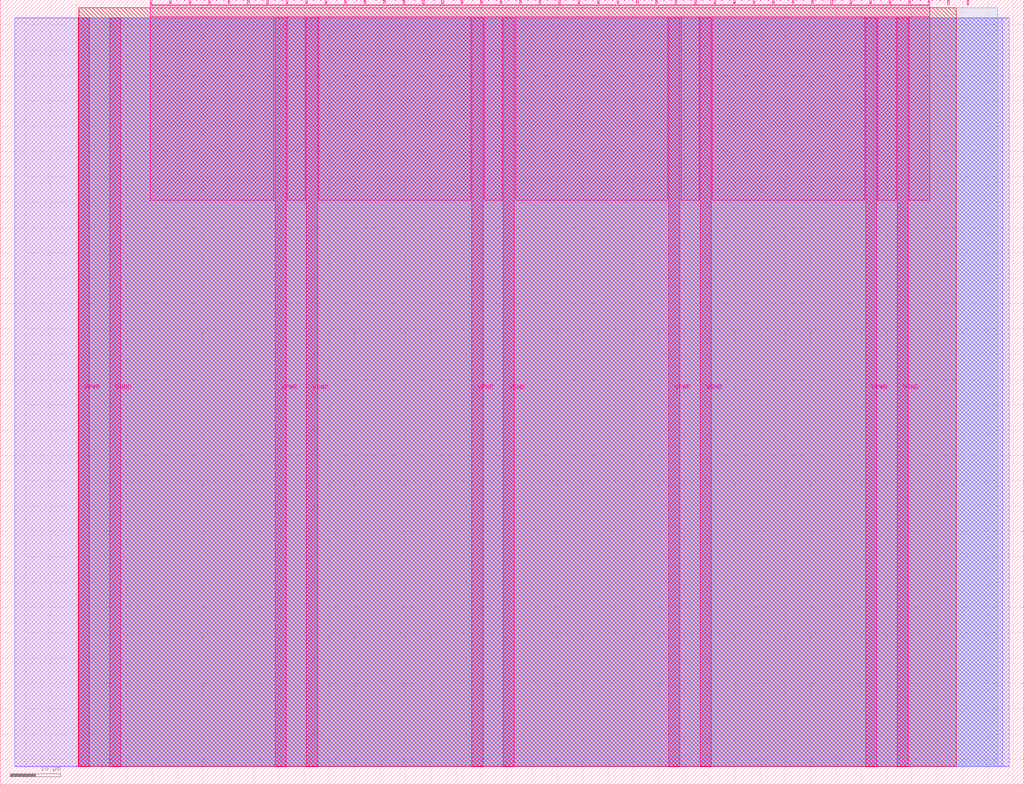
<source format=lef>
VERSION 5.7 ;
  NOWIREEXTENSIONATPIN ON ;
  DIVIDERCHAR "/" ;
  BUSBITCHARS "[]" ;
MACRO tt_um_tommythorn_cgates
  CLASS BLOCK ;
  FOREIGN tt_um_tommythorn_cgates ;
  ORIGIN 0.000 0.000 ;
  SIZE 202.080 BY 154.980 ;
  PIN VGND
    DIRECTION INOUT ;
    USE GROUND ;
    PORT
      LAYER Metal5 ;
        RECT 21.580 3.560 23.780 151.420 ;
    END
    PORT
      LAYER Metal5 ;
        RECT 60.450 3.560 62.650 151.420 ;
    END
    PORT
      LAYER Metal5 ;
        RECT 99.320 3.560 101.520 151.420 ;
    END
    PORT
      LAYER Metal5 ;
        RECT 138.190 3.560 140.390 151.420 ;
    END
    PORT
      LAYER Metal5 ;
        RECT 177.060 3.560 179.260 151.420 ;
    END
  END VGND
  PIN VPWR
    DIRECTION INOUT ;
    USE POWER ;
    PORT
      LAYER Metal5 ;
        RECT 15.380 3.560 17.580 151.420 ;
    END
    PORT
      LAYER Metal5 ;
        RECT 54.250 3.560 56.450 151.420 ;
    END
    PORT
      LAYER Metal5 ;
        RECT 93.120 3.560 95.320 151.420 ;
    END
    PORT
      LAYER Metal5 ;
        RECT 131.990 3.560 134.190 151.420 ;
    END
    PORT
      LAYER Metal5 ;
        RECT 170.860 3.560 173.060 151.420 ;
    END
  END VPWR
  PIN clk
    DIRECTION INPUT ;
    USE SIGNAL ;
    PORT
      LAYER Metal5 ;
        RECT 187.050 153.980 187.350 154.980 ;
    END
  END clk
  PIN ena
    DIRECTION INPUT ;
    USE SIGNAL ;
    PORT
      LAYER Metal5 ;
        RECT 190.890 153.980 191.190 154.980 ;
    END
  END ena
  PIN rst_n
    DIRECTION INPUT ;
    USE SIGNAL ;
    ANTENNAGATEAREA 0.639600 ;
    PORT
      LAYER Metal5 ;
        RECT 183.210 153.980 183.510 154.980 ;
    END
  END rst_n
  PIN ui_in[0]
    DIRECTION INPUT ;
    USE SIGNAL ;
    ANTENNAGATEAREA 0.180700 ;
    PORT
      LAYER Metal5 ;
        RECT 179.370 153.980 179.670 154.980 ;
    END
  END ui_in[0]
  PIN ui_in[1]
    DIRECTION INPUT ;
    USE SIGNAL ;
    ANTENNAGATEAREA 0.180700 ;
    PORT
      LAYER Metal5 ;
        RECT 175.530 153.980 175.830 154.980 ;
    END
  END ui_in[1]
  PIN ui_in[2]
    DIRECTION INPUT ;
    USE SIGNAL ;
    PORT
      LAYER Metal5 ;
        RECT 171.690 153.980 171.990 154.980 ;
    END
  END ui_in[2]
  PIN ui_in[3]
    DIRECTION INPUT ;
    USE SIGNAL ;
    PORT
      LAYER Metal5 ;
        RECT 167.850 153.980 168.150 154.980 ;
    END
  END ui_in[3]
  PIN ui_in[4]
    DIRECTION INPUT ;
    USE SIGNAL ;
    PORT
      LAYER Metal5 ;
        RECT 164.010 153.980 164.310 154.980 ;
    END
  END ui_in[4]
  PIN ui_in[5]
    DIRECTION INPUT ;
    USE SIGNAL ;
    PORT
      LAYER Metal5 ;
        RECT 160.170 153.980 160.470 154.980 ;
    END
  END ui_in[5]
  PIN ui_in[6]
    DIRECTION INPUT ;
    USE SIGNAL ;
    PORT
      LAYER Metal5 ;
        RECT 156.330 153.980 156.630 154.980 ;
    END
  END ui_in[6]
  PIN ui_in[7]
    DIRECTION INPUT ;
    USE SIGNAL ;
    PORT
      LAYER Metal5 ;
        RECT 152.490 153.980 152.790 154.980 ;
    END
  END ui_in[7]
  PIN uio_in[0]
    DIRECTION INPUT ;
    USE SIGNAL ;
    PORT
      LAYER Metal5 ;
        RECT 148.650 153.980 148.950 154.980 ;
    END
  END uio_in[0]
  PIN uio_in[1]
    DIRECTION INPUT ;
    USE SIGNAL ;
    PORT
      LAYER Metal5 ;
        RECT 144.810 153.980 145.110 154.980 ;
    END
  END uio_in[1]
  PIN uio_in[2]
    DIRECTION INPUT ;
    USE SIGNAL ;
    PORT
      LAYER Metal5 ;
        RECT 140.970 153.980 141.270 154.980 ;
    END
  END uio_in[2]
  PIN uio_in[3]
    DIRECTION INPUT ;
    USE SIGNAL ;
    PORT
      LAYER Metal5 ;
        RECT 137.130 153.980 137.430 154.980 ;
    END
  END uio_in[3]
  PIN uio_in[4]
    DIRECTION INPUT ;
    USE SIGNAL ;
    PORT
      LAYER Metal5 ;
        RECT 133.290 153.980 133.590 154.980 ;
    END
  END uio_in[4]
  PIN uio_in[5]
    DIRECTION INPUT ;
    USE SIGNAL ;
    PORT
      LAYER Metal5 ;
        RECT 129.450 153.980 129.750 154.980 ;
    END
  END uio_in[5]
  PIN uio_in[6]
    DIRECTION INPUT ;
    USE SIGNAL ;
    PORT
      LAYER Metal5 ;
        RECT 125.610 153.980 125.910 154.980 ;
    END
  END uio_in[6]
  PIN uio_in[7]
    DIRECTION INPUT ;
    USE SIGNAL ;
    PORT
      LAYER Metal5 ;
        RECT 121.770 153.980 122.070 154.980 ;
    END
  END uio_in[7]
  PIN uio_oe[0]
    DIRECTION OUTPUT ;
    USE SIGNAL ;
    ANTENNADIFFAREA 0.299200 ;
    PORT
      LAYER Metal5 ;
        RECT 56.490 153.980 56.790 154.980 ;
    END
  END uio_oe[0]
  PIN uio_oe[1]
    DIRECTION OUTPUT ;
    USE SIGNAL ;
    ANTENNADIFFAREA 0.299200 ;
    PORT
      LAYER Metal5 ;
        RECT 52.650 153.980 52.950 154.980 ;
    END
  END uio_oe[1]
  PIN uio_oe[2]
    DIRECTION OUTPUT ;
    USE SIGNAL ;
    ANTENNADIFFAREA 0.299200 ;
    PORT
      LAYER Metal5 ;
        RECT 48.810 153.980 49.110 154.980 ;
    END
  END uio_oe[2]
  PIN uio_oe[3]
    DIRECTION OUTPUT ;
    USE SIGNAL ;
    ANTENNADIFFAREA 0.299200 ;
    PORT
      LAYER Metal5 ;
        RECT 44.970 153.980 45.270 154.980 ;
    END
  END uio_oe[3]
  PIN uio_oe[4]
    DIRECTION OUTPUT ;
    USE SIGNAL ;
    ANTENNADIFFAREA 0.299200 ;
    PORT
      LAYER Metal5 ;
        RECT 41.130 153.980 41.430 154.980 ;
    END
  END uio_oe[4]
  PIN uio_oe[5]
    DIRECTION OUTPUT ;
    USE SIGNAL ;
    ANTENNADIFFAREA 0.299200 ;
    PORT
      LAYER Metal5 ;
        RECT 37.290 153.980 37.590 154.980 ;
    END
  END uio_oe[5]
  PIN uio_oe[6]
    DIRECTION OUTPUT ;
    USE SIGNAL ;
    ANTENNADIFFAREA 0.299200 ;
    PORT
      LAYER Metal5 ;
        RECT 33.450 153.980 33.750 154.980 ;
    END
  END uio_oe[6]
  PIN uio_oe[7]
    DIRECTION OUTPUT ;
    USE SIGNAL ;
    ANTENNADIFFAREA 0.299200 ;
    PORT
      LAYER Metal5 ;
        RECT 29.610 153.980 29.910 154.980 ;
    END
  END uio_oe[7]
  PIN uio_out[0]
    DIRECTION OUTPUT ;
    USE SIGNAL ;
    ANTENNADIFFAREA 0.299200 ;
    PORT
      LAYER Metal5 ;
        RECT 87.210 153.980 87.510 154.980 ;
    END
  END uio_out[0]
  PIN uio_out[1]
    DIRECTION OUTPUT ;
    USE SIGNAL ;
    ANTENNADIFFAREA 0.299200 ;
    PORT
      LAYER Metal5 ;
        RECT 83.370 153.980 83.670 154.980 ;
    END
  END uio_out[1]
  PIN uio_out[2]
    DIRECTION OUTPUT ;
    USE SIGNAL ;
    ANTENNADIFFAREA 0.299200 ;
    PORT
      LAYER Metal5 ;
        RECT 79.530 153.980 79.830 154.980 ;
    END
  END uio_out[2]
  PIN uio_out[3]
    DIRECTION OUTPUT ;
    USE SIGNAL ;
    ANTENNADIFFAREA 0.299200 ;
    PORT
      LAYER Metal5 ;
        RECT 75.690 153.980 75.990 154.980 ;
    END
  END uio_out[3]
  PIN uio_out[4]
    DIRECTION OUTPUT ;
    USE SIGNAL ;
    ANTENNADIFFAREA 0.299200 ;
    PORT
      LAYER Metal5 ;
        RECT 71.850 153.980 72.150 154.980 ;
    END
  END uio_out[4]
  PIN uio_out[5]
    DIRECTION OUTPUT ;
    USE SIGNAL ;
    ANTENNADIFFAREA 0.299200 ;
    PORT
      LAYER Metal5 ;
        RECT 68.010 153.980 68.310 154.980 ;
    END
  END uio_out[5]
  PIN uio_out[6]
    DIRECTION OUTPUT ;
    USE SIGNAL ;
    ANTENNADIFFAREA 0.299200 ;
    PORT
      LAYER Metal5 ;
        RECT 64.170 153.980 64.470 154.980 ;
    END
  END uio_out[6]
  PIN uio_out[7]
    DIRECTION OUTPUT ;
    USE SIGNAL ;
    ANTENNADIFFAREA 0.299200 ;
    PORT
      LAYER Metal5 ;
        RECT 60.330 153.980 60.630 154.980 ;
    END
  END uio_out[7]
  PIN uo_out[0]
    DIRECTION OUTPUT ;
    USE SIGNAL ;
    ANTENNADIFFAREA 0.654800 ;
    PORT
      LAYER Metal5 ;
        RECT 117.930 153.980 118.230 154.980 ;
    END
  END uo_out[0]
  PIN uo_out[1]
    DIRECTION OUTPUT ;
    USE SIGNAL ;
    ANTENNADIFFAREA 0.654800 ;
    PORT
      LAYER Metal5 ;
        RECT 114.090 153.980 114.390 154.980 ;
    END
  END uo_out[1]
  PIN uo_out[2]
    DIRECTION OUTPUT ;
    USE SIGNAL ;
    ANTENNADIFFAREA 0.654800 ;
    PORT
      LAYER Metal5 ;
        RECT 110.250 153.980 110.550 154.980 ;
    END
  END uo_out[2]
  PIN uo_out[3]
    DIRECTION OUTPUT ;
    USE SIGNAL ;
    ANTENNADIFFAREA 0.654800 ;
    PORT
      LAYER Metal5 ;
        RECT 106.410 153.980 106.710 154.980 ;
    END
  END uo_out[3]
  PIN uo_out[4]
    DIRECTION OUTPUT ;
    USE SIGNAL ;
    ANTENNADIFFAREA 0.654800 ;
    PORT
      LAYER Metal5 ;
        RECT 102.570 153.980 102.870 154.980 ;
    END
  END uo_out[4]
  PIN uo_out[5]
    DIRECTION OUTPUT ;
    USE SIGNAL ;
    ANTENNADIFFAREA 0.654800 ;
    PORT
      LAYER Metal5 ;
        RECT 98.730 153.980 99.030 154.980 ;
    END
  END uo_out[5]
  PIN uo_out[6]
    DIRECTION OUTPUT ;
    USE SIGNAL ;
    ANTENNADIFFAREA 0.654800 ;
    PORT
      LAYER Metal5 ;
        RECT 94.890 153.980 95.190 154.980 ;
    END
  END uo_out[6]
  PIN uo_out[7]
    DIRECTION OUTPUT ;
    USE SIGNAL ;
    ANTENNADIFFAREA 0.654800 ;
    PORT
      LAYER Metal5 ;
        RECT 91.050 153.980 91.350 154.980 ;
    END
  END uo_out[7]
  OBS
      LAYER GatPoly ;
        RECT 2.880 3.630 199.200 151.350 ;
      LAYER Metal1 ;
        RECT 2.880 3.560 199.200 151.420 ;
      LAYER Metal2 ;
        RECT 15.515 3.680 197.905 151.300 ;
      LAYER Metal3 ;
        RECT 15.560 3.635 196.900 153.445 ;
      LAYER Metal4 ;
        RECT 15.515 3.680 188.785 153.400 ;
      LAYER Metal5 ;
        RECT 30.120 153.770 33.240 153.980 ;
        RECT 33.960 153.770 37.080 153.980 ;
        RECT 37.800 153.770 40.920 153.980 ;
        RECT 41.640 153.770 44.760 153.980 ;
        RECT 45.480 153.770 48.600 153.980 ;
        RECT 49.320 153.770 52.440 153.980 ;
        RECT 53.160 153.770 56.280 153.980 ;
        RECT 57.000 153.770 60.120 153.980 ;
        RECT 60.840 153.770 63.960 153.980 ;
        RECT 64.680 153.770 67.800 153.980 ;
        RECT 68.520 153.770 71.640 153.980 ;
        RECT 72.360 153.770 75.480 153.980 ;
        RECT 76.200 153.770 79.320 153.980 ;
        RECT 80.040 153.770 83.160 153.980 ;
        RECT 83.880 153.770 87.000 153.980 ;
        RECT 87.720 153.770 90.840 153.980 ;
        RECT 91.560 153.770 94.680 153.980 ;
        RECT 95.400 153.770 98.520 153.980 ;
        RECT 99.240 153.770 102.360 153.980 ;
        RECT 103.080 153.770 106.200 153.980 ;
        RECT 106.920 153.770 110.040 153.980 ;
        RECT 110.760 153.770 113.880 153.980 ;
        RECT 114.600 153.770 117.720 153.980 ;
        RECT 118.440 153.770 121.560 153.980 ;
        RECT 122.280 153.770 125.400 153.980 ;
        RECT 126.120 153.770 129.240 153.980 ;
        RECT 129.960 153.770 133.080 153.980 ;
        RECT 133.800 153.770 136.920 153.980 ;
        RECT 137.640 153.770 140.760 153.980 ;
        RECT 141.480 153.770 144.600 153.980 ;
        RECT 145.320 153.770 148.440 153.980 ;
        RECT 149.160 153.770 152.280 153.980 ;
        RECT 153.000 153.770 156.120 153.980 ;
        RECT 156.840 153.770 159.960 153.980 ;
        RECT 160.680 153.770 163.800 153.980 ;
        RECT 164.520 153.770 167.640 153.980 ;
        RECT 168.360 153.770 171.480 153.980 ;
        RECT 172.200 153.770 175.320 153.980 ;
        RECT 176.040 153.770 179.160 153.980 ;
        RECT 179.880 153.770 183.000 153.980 ;
        RECT 29.660 151.630 183.460 153.770 ;
        RECT 29.660 115.355 54.040 151.630 ;
        RECT 56.660 115.355 60.240 151.630 ;
        RECT 62.860 115.355 92.910 151.630 ;
        RECT 95.530 115.355 99.110 151.630 ;
        RECT 101.730 115.355 131.780 151.630 ;
        RECT 134.400 115.355 137.980 151.630 ;
        RECT 140.600 115.355 170.650 151.630 ;
        RECT 173.270 115.355 176.850 151.630 ;
        RECT 179.470 115.355 183.460 151.630 ;
  END
END tt_um_tommythorn_cgates
END LIBRARY


</source>
